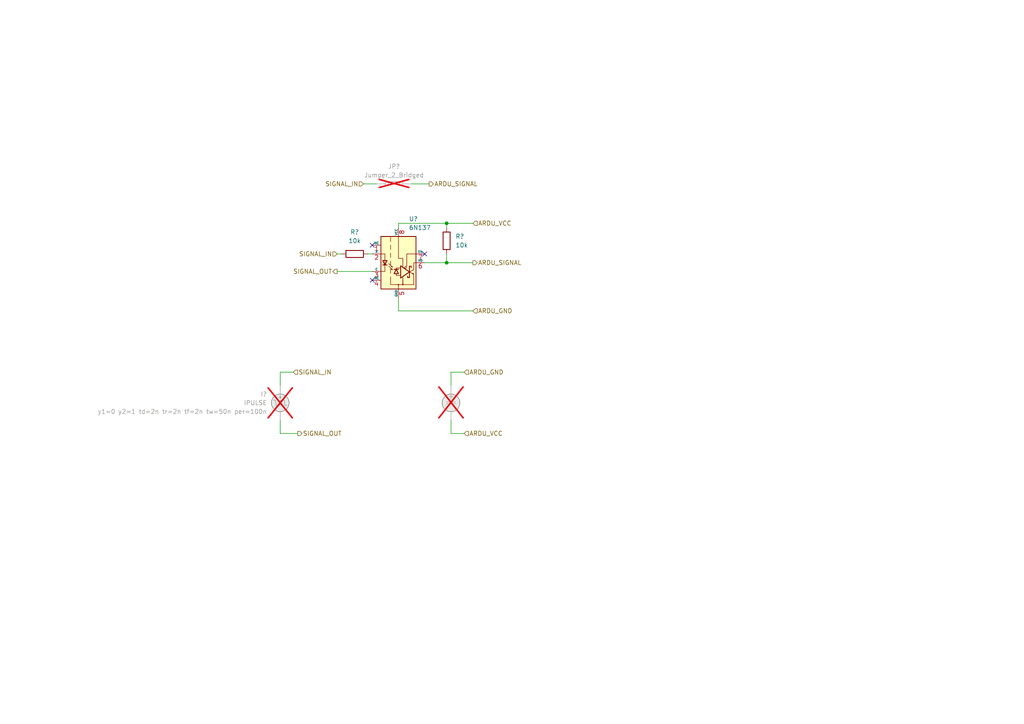
<source format=kicad_sch>
(kicad_sch (version 20231120) (generator "eeschema") (generator_version "8.0")
  (paper "A4")
  (lib_symbols
    (symbol "Device:R" (pin_numbers hide) (pin_names (offset 0))
      (property "Reference" "R" (at 2.032 0 90))
      (property "Value" "R" (at 0 0 90))
      (symbol "R_0_1"
        (rectangle (start -1.016 -2.54) (end 1.016 2.54) (stroke (width 0.254)))
      )
      (symbol "R_1_1"
        (pin passive line (at 0 3.81 270) (length 1.27) (name "~") (number "1"))
        (pin passive line (at 0 -3.81 90) (length 1.27) (name "~") (number "2"))
      )
    )
    (symbol "Isolator:6N137" (pin_names (offset 0))
      (property "Reference" "U" (at -4.064 8.89 0))
      (property "Value" "6N137" (at 0 -8.89 0))
      (symbol "6N137_0_1"
        (polyline (pts (xy 0 -6.35) (xy -2.286 -6.35) (xy -2.286 -4.064)))
        (polyline (pts (xy -5.08 -2.54) (xy -3.937 -2.54) (xy -3.937 2.54) (xy -5.08 2.54)))
        (polyline (pts (xy 1.27 -5.08) (xy 1.27 -6.35) (xy 0 -6.35) (xy 0 -7.62)))
        (polyline (pts (xy 3.175 -2.667) (xy 0.635 -4.445) (xy 0.635 -0.889) (xy 3.175 -2.667)) (stroke (width 0.254)))
        (polyline (pts (xy -2.794 -1.016) (xy -1.717 -2.093) (xy -2.076 -1.914) (xy -1.896 -1.734) (xy -1.717 -2.093)))
        (polyline (pts (xy -2.794 -0.254) (xy -1.717 -1.331) (xy -2.076 -1.152) (xy -1.896 -0.972) (xy -1.717 -1.331)))
      )
      (symbol "6N137_1_1"
        (rectangle (start -5.08 7.62) (end 5.08 -7.62) (stroke (width 0.254)) (fill (type background)))
        (circle (center 0 -6.35) (radius 0.127) (fill (type outline)))
        (polyline (pts (xy -4.572 -0.635) (xy -3.302 -0.635)) (stroke (width 0.254)))
        (polyline (pts (xy -2.286 -1.778) (xy -2.286 -3.048)))
        (polyline (pts (xy -2.286 0.508) (xy -2.286 -0.762)))
        (polyline (pts (xy -2.286 2.794) (xy -2.286 1.524)))
        (polyline (pts (xy -2.286 5.08) (xy -2.286 3.81)))
        (polyline (pts (xy -2.286 7.366) (xy -2.286 6.096)))
        (polyline (pts (xy -1.27 -1.905) (xy 0 -1.905)) (stroke (width 0.254)))
        (polyline (pts (xy -0.635 -3.302) (xy -0.635 -3.683) (xy 0.635 -3.683)))
        (polyline (pts (xy -0.635 -1.905) (xy -0.635 -1.524) (xy 0.508 -1.524)))
        (polyline (pts (xy 1.27 -4.064) (xy 1.27 -6.35) (xy 4.445 -6.35)))
        (polyline (pts (xy 3.175 -2.667) (xy 4.445 -3.302) (xy 4.445 -6.35)))
        (polyline (pts (xy -3.937 -0.635) (xy -4.572 0.635) (xy -3.302 0.635) (xy -3.937 -0.635)) (stroke (width 0.254)))
        (polyline (pts (xy -0.635 -1.905) (xy -1.27 -3.175) (xy 0 -3.175) (xy -0.635 -1.905)) (stroke (width 0.254)))
        (polyline (pts (xy 1.27 -1.27) (xy 1.27 1.27) (xy 0 1.27) (xy 0 7.62)))
        (polyline (pts (xy 2.1844 -1.1684) (xy 2.413 -0.889) (xy 2.413 2.54) (xy 5.08 2.54)))
        (polyline (pts (xy 3.175 -2.667) (xy 3.175 -4.318) (xy 2.667 -4.318) (xy 2.667 -3.937)) (stroke (width 0.254)))
        (polyline (pts (xy 3.175 -2.667) (xy 3.175 -1.016) (xy 3.683 -1.016) (xy 3.683 -1.397)) (stroke (width 0.254)))
        (polyline (pts (xy 3.175 -2.667) (xy 4.445 -2.032) (xy 4.445 0) (xy 5.08 0)))
        (polyline (pts (xy 4.445 -3.302) (xy 4.161 -3.018) (xy 4.047 -3.246) (xy 4.445 -3.302)) (stroke (width 0.127)) (fill (type outline)))
        (circle (center 1.27 -6.35) (radius 0.127) (fill (type outline)))
        (circle (center 2.032 -1.397) (radius 0.254))
        (pin passive line (at -7.62 5.08 0) (length 2.54) (name "NC") (number "1"))
        (pin passive line (at -7.62 2.54 0) (length 2.54) (name "A") (number "2"))
        (pin passive line (at -7.62 -2.54 0) (length 2.54) (name "C") (number "3"))
        (pin passive line (at -7.62 -5.08 0) (length 2.54) (name "NC") (number "4"))
        (pin power_in line (at 0 -10.16 90) (length 2.54) (name "GND") (number "5"))
        (pin open_collector line (at 7.62 0 180) (length 2.54) (name "VO") (number "6"))
        (pin input line (at 7.62 2.54 180) (length 2.54) (name "EN") (number "7"))
        (pin power_in line (at 0 10.16 270) (length 2.54) (name "VCC") (number "8"))
      )
    )
    (symbol "Jumper:Jumper_2_Bridged" (pin_numbers hide) (pin_names (offset 0) hide) (exclude_from_sim yes)
      (property "Reference" "JP" (at 0 1.905 0))
      (property "Value" "Jumper_2_Bridged" (at 0 -2.54 0))
      (symbol "Jumper_2_Bridged_0_0"
        (circle (center -2.032 0) (radius 0.508))
        (circle (center 2.032 0) (radius 0.508))
      )
      (symbol "Jumper_2_Bridged_0_1"
        (arc (start 1.524 0.254) (mid 0 0.762) (end -1.524 0.254))
      )
      (symbol "Jumper_2_Bridged_1_1"
        (pin passive line (at -5.08 0 0) (length 2.54) (name "A") (number "1"))
        (pin passive line (at 5.08 0 180) (length 2.54) (name "B") (number "2"))
      )
    )
    (symbol "Simulation_SPICE:IPULSE" (pin_numbers hide) (pin_names (offset 0.0254))
      (property "Reference" "I" (at 2.54 2.54 0))
      (property "Value" "IPULSE" (at 2.54 0 0))
      (property "Sim.Params" "y1=0 y2=1 td=2n tr=2n tf=2n tw=50n per=100n" (at 2.54 -2.54 0))
      (symbol "IPULSE_0_0"
        (polyline (pts (xy -2.032 -0.762) (xy -1.397 -0.762) (xy -1.143 0.762) (xy -0.127 0.762) (xy 0.127 -0.762) (xy 1.143 -0.762) (xy 1.397 0.762) (xy 2.032 0.762)))
      )
      (symbol "IPULSE_0_1"
        (polyline (pts (xy 0 1.27) (xy 0 2.286)))
        (polyline (pts (xy -0.254 1.778) (xy 0 1.27) (xy 0.254 1.778)))
        (circle (center 0 0) (radius 2.54) (stroke (width 0.254)) (fill (type background)))
      )
      (symbol "IPULSE_1_1"
        (pin passive line (at 0 5.08 270) (length 2.54) (name "~") (number "1"))
        (pin passive line (at 0 -5.08 90) (length 2.54) (name "~") (number "2"))
      )
    )
    (symbol "Simulation_SPICE:VDC" (pin_numbers hide) (pin_names (offset 0.0254))
      (property "Reference" "V" (at 2.54 2.54 0))
      (property "Value" "1" (at 2.54 0 0))
      (symbol "VDC_0_0"
        (polyline (pts (xy -1.27 0.254) (xy 1.27 0.254)))
        (polyline (pts (xy -0.762 -0.254) (xy -1.27 -0.254)))
        (polyline (pts (xy 0.254 -0.254) (xy -0.254 -0.254)))
        (polyline (pts (xy 1.27 -0.254) (xy 0.762 -0.254)))
        (text "+" (at 0 1.905 0) (effects (font (size 1.27 1.27))))
      )
      (symbol "VDC_0_1"
        (circle (center 0 0) (radius 2.54) (stroke (width 0.254)) (fill (type background)))
      )
      (symbol "VDC_1_1"
        (pin passive line (at 0 5.08 270) (length 2.54) (name "~") (number "1"))
        (pin passive line (at 0 -5.08 90) (length 2.54) (name "~") (number "2"))
      )
    )
  )
  (junction (at 129.54 76.2))
  (junction (at 129.54 64.77))
  (no_connect (at 107.95 71.12))
  (no_connect (at 123.19 73.66))
  (no_connect (at 107.95 81.28))
  (wire (pts (xy 81.28 121.92) (xy 81.28 125.73)))
  (wire (pts (xy 97.79 78.74) (xy 107.95 78.74)))
  (wire (pts (xy 129.54 73.66) (xy 129.54 76.2)))
  (wire (pts (xy 97.79 73.66) (xy 99.06 73.66)))
  (wire (pts (xy 115.57 86.36) (xy 115.57 90.17)))
  (wire (pts (xy 130.81 107.95) (xy 134.62 107.95)))
  (wire (pts (xy 105.41 53.34) (xy 109.22 53.34)))
  (wire (pts (xy 119.38 53.34) (xy 124.46 53.34)))
  (wire (pts (xy 130.81 125.73) (xy 134.62 125.73)))
  (wire (pts (xy 115.57 66.04) (xy 115.57 64.77)))
  (wire (pts (xy 81.28 125.73) (xy 86.36 125.73)))
  (wire (pts (xy 81.28 107.95) (xy 85.09 107.95)))
  (wire (pts (xy 130.81 121.92) (xy 130.81 125.73)))
  (wire (pts (xy 129.54 64.77) (xy 129.54 66.04)))
  (wire (pts (xy 115.57 90.17) (xy 137.16 90.17)))
  (wire (pts (xy 123.19 76.2) (xy 129.54 76.2)))
  (wire (pts (xy 106.68 73.66) (xy 107.95 73.66)))
  (wire (pts (xy 129.54 64.77) (xy 137.16 64.77)))
  (wire (pts (xy 129.54 76.2) (xy 137.16 76.2)))
  (wire (pts (xy 130.81 111.76) (xy 130.81 107.95)))
  (wire (pts (xy 81.28 111.76) (xy 81.28 107.95)))
  (wire (pts (xy 115.57 64.77) (xy 129.54 64.77)))
  (hierarchical_label "SIGNAL_IN" (shape input) (at 97.79 73.66 180))
  (hierarchical_label "ARDU_SIGNAL" (shape output) (at 124.46 53.34 0))
  (hierarchical_label "SIGNAL_OUT" (shape output) (at 86.36 125.73 0))
  (hierarchical_label "ARDU_VCC" (shape input) (at 134.62 125.73 0))
  (hierarchical_label "SIGNAL_IN" (shape input) (at 85.09 107.95 0))
  (hierarchical_label "ARDU_VCC" (shape input) (at 137.16 64.77 0))
  (hierarchical_label "ARDU_GND" (shape input) (at 134.62 107.95 0))
  (hierarchical_label "ARDU_GND" (shape input) (at 137.16 90.17 0))
  (hierarchical_label "SIGNAL_OUT" (shape output) (at 97.79 78.74 180))
  (hierarchical_label "SIGNAL_IN" (shape input) (at 105.41 53.34 180))
  (hierarchical_label "ARDU_SIGNAL" (shape output) (at 137.16 76.2 0))
  (symbol (lib_id "Jumper:Jumper_2_Bridged") (at 114.3 53.34 0) (unit 1) (exclude_from_sim yes) (dnp yes)
    (property "Reference" "JP801" (at 114.3 48.26 0))
    (property "Value" "Jumper_2_Bridged" (at 114.3 50.8 0))
    (property "Footprint" "Jumper:SolderJumper-2_P1.3mm_Open_TrianglePad1.0x1.5mm" (effects (hide yes)))
    (property "Description" "Jumper, 2-pole, closed/bridged" (effects (hide yes)))
    (instances (project "xDuinoRail-Arduino-RailcomDetect-Dev" (path "" (reference "JP?") (unit 1)) (path "" (reference "JP801") (unit 1)) (path "" (reference "JP701") (unit 1))))
  )
  (symbol (lib_id "Simulation_SPICE:VDC") (at 130.81 116.84 0) (mirror y) (unit 1) (in_bom no) (on_board no) (dnp yes)
    (property "Reference" "V801" (effects (hide yes)))
    (property "Value" "3.3" (effects (hide yes)))
    (property "Datasheet" "https://ngspice.sourceforge.io/docs/ngspice-html-manual/manual.xhtml#sec_Independent_Sources_for" (effects (hide yes)))
    (property "Description" "Voltage source, DC" (effects (hide yes)))
    (property "Sim.Pins" "1=+ 2=-" (effects (hide yes)))
    (property "Sim.Type" "DC" (effects (hide yes)))
    (property "Sim.Device" "V" (effects (hide yes)))
    (instances (project "xDuinoRail-Arduino-RailcomDetect-Dev" (path "" (reference "V?") (unit 1)) (path "" (reference "V801") (unit 1)) (path "" (reference "V701") (unit 1))))
  )
  (symbol (lib_id "Device:R") (at 129.54 69.85 180) (unit 1)
    (property "Reference" "R802" (at 132.08 68.5799 0) (effects (justify right)))
    (property "Value" "10k" (at 132.08 71.1199 0) (effects (justify right)))
    (property "Footprint" "Resistor_SMD:R_0603_1608Metric_Pad0.98x0.95mm_HandSolder" (effects (hide yes)))
    (property "Description" "Resistor" (effects (hide yes)))
    (property "OLI_ID" "10k_0603" (effects (hide yes)))
    (instances (project "xDuinoRail-Arduino-RailcomDetect-Dev" (path "" (reference "R?") (unit 1)) (path "" (reference "R802") (unit 1)) (path "" (reference "R702") (unit 1))))
  )
  (symbol (lib_id "Simulation_SPICE:IPULSE") (at 81.28 116.84 0) (mirror y) (unit 1) (in_bom no) (on_board no) (dnp yes)
    (property "Reference" "I801" (at 77.47 114.2999 0) (effects (justify left)))
    (property "Value" "IPULSE" (at 77.47 116.8399 0) (effects (justify left)))
    (property "Datasheet" "https://ngspice.sourceforge.io/docs/ngspice-html-manual/manual.xhtml#sec_Independent_Sources_for" (effects (hide yes)))
    (property "Description" "Current source, pulse" (effects (hide yes)))
    (property "Sim.Pins" "1=+ 2=-" (effects (hide yes)))
    (property "Sim.Device" "I" (effects (hide yes)))
    (property "Sim.Type" "PULSE" (effects (hide yes)))
    (property "Sim.Params" "y1=0 y2=1 td=2n tr=2n tf=2n tw=50n per=100n" (at 77.47 119.3799 0) (effects (justify left)))
    (instances (project "xDuinoRail-Arduino-RailcomDetect-Dev" (path "" (reference "I?") (unit 1)) (path "" (reference "I801") (unit 1)) (path "" (reference "I701") (unit 1))))
  )
  (symbol (lib_id "Isolator:6N137") (at 115.57 76.2 0) (unit 1) (exclude_from_sim yes)
    (property "Reference" "U801" (at 118.5865 63.5 0) (effects (justify left)))
    (property "Value" "6N137" (at 118.5865 66.04 0) (effects (justify left)))
    (property "Footprint" "Package_DIP:DIP-8_W8.89mm_SMDSocket_LongPads" (effects (hide yes)))
    (property "Datasheet" "https://docs.broadcom.com/docs/AV02-0940EN" (effects (hide yes)))
    (property "Description" "Single High Speed LSTTL/TTL Compatible Optocoupler with enable, dV/dt 1000/us, VCM 10, max 7V VCC, DIP-8" (effects (hide yes)))
    (property "Sim.Library" "__ltspice\\6N137_VO2630.lib" (effects (hide yes)))
    (property "Sim.Name" "6N137" (effects (hide yes)))
    (property "Sim.Device" "SUBCKT" (effects (hide yes)))
    (property "Sim.Pins" "1=DA 2=DK 3=GND 4=VO 5=VE 6=VCC" (effects (hide yes)))
    (property "OLI_ID" "6N137_SOP-8-254" (effects (hide yes)))
    (instances (project "xDuinoRail-Arduino-RailcomDetect-Dev" (path "" (reference "U?") (unit 1)) (path "" (reference "U801") (unit 1)) (path "" (reference "U701") (unit 1))))
  )
  (symbol (lib_id "Device:R") (at 102.87 73.66 90) (unit 1)
    (property "Reference" "R801" (at 102.87 67.31 90))
    (property "Value" "10k" (at 102.87 69.85 90))
    (property "Footprint" "Resistor_SMD:R_0603_1608Metric_Pad0.98x0.95mm_HandSolder" (effects (hide yes)))
    (property "Description" "Resistor" (effects (hide yes)))
    (property "OLI_ID" "10k_0603" (effects (hide yes)))
    (instances (project "xDuinoRail-Arduino-RailcomDetect-Dev" (path "" (reference "R?") (unit 1)) (path "" (reference "R801") (unit 1)) (path "" (reference "R701") (unit 1))))
  )
)
</source>
